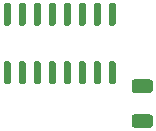
<source format=gbr>
%TF.GenerationSoftware,KiCad,Pcbnew,5.1.7-a382d34a8~87~ubuntu16.04.1*%
%TF.CreationDate,2020-10-08T21:47:54+02:00*%
%TF.ProjectId,ShiftIn-Board,53686966-7449-46e2-9d42-6f6172642e6b,rev?*%
%TF.SameCoordinates,Original*%
%TF.FileFunction,Paste,Top*%
%TF.FilePolarity,Positive*%
%FSLAX46Y46*%
G04 Gerber Fmt 4.6, Leading zero omitted, Abs format (unit mm)*
G04 Created by KiCad (PCBNEW 5.1.7-a382d34a8~87~ubuntu16.04.1) date 2020-10-08 21:47:54*
%MOMM*%
%LPD*%
G01*
G04 APERTURE LIST*
G04 APERTURE END LIST*
%TO.C,U1*%
G36*
G01*
X139850000Y-60730000D02*
X139550000Y-60730000D01*
G75*
G02*
X139400000Y-60580000I0J150000D01*
G01*
X139400000Y-58930000D01*
G75*
G02*
X139550000Y-58780000I150000J0D01*
G01*
X139850000Y-58780000D01*
G75*
G02*
X140000000Y-58930000I0J-150000D01*
G01*
X140000000Y-60580000D01*
G75*
G02*
X139850000Y-60730000I-150000J0D01*
G01*
G37*
G36*
G01*
X141120000Y-60730000D02*
X140820000Y-60730000D01*
G75*
G02*
X140670000Y-60580000I0J150000D01*
G01*
X140670000Y-58930000D01*
G75*
G02*
X140820000Y-58780000I150000J0D01*
G01*
X141120000Y-58780000D01*
G75*
G02*
X141270000Y-58930000I0J-150000D01*
G01*
X141270000Y-60580000D01*
G75*
G02*
X141120000Y-60730000I-150000J0D01*
G01*
G37*
G36*
G01*
X142390000Y-60730000D02*
X142090000Y-60730000D01*
G75*
G02*
X141940000Y-60580000I0J150000D01*
G01*
X141940000Y-58930000D01*
G75*
G02*
X142090000Y-58780000I150000J0D01*
G01*
X142390000Y-58780000D01*
G75*
G02*
X142540000Y-58930000I0J-150000D01*
G01*
X142540000Y-60580000D01*
G75*
G02*
X142390000Y-60730000I-150000J0D01*
G01*
G37*
G36*
G01*
X143660000Y-60730000D02*
X143360000Y-60730000D01*
G75*
G02*
X143210000Y-60580000I0J150000D01*
G01*
X143210000Y-58930000D01*
G75*
G02*
X143360000Y-58780000I150000J0D01*
G01*
X143660000Y-58780000D01*
G75*
G02*
X143810000Y-58930000I0J-150000D01*
G01*
X143810000Y-60580000D01*
G75*
G02*
X143660000Y-60730000I-150000J0D01*
G01*
G37*
G36*
G01*
X144930000Y-60730000D02*
X144630000Y-60730000D01*
G75*
G02*
X144480000Y-60580000I0J150000D01*
G01*
X144480000Y-58930000D01*
G75*
G02*
X144630000Y-58780000I150000J0D01*
G01*
X144930000Y-58780000D01*
G75*
G02*
X145080000Y-58930000I0J-150000D01*
G01*
X145080000Y-60580000D01*
G75*
G02*
X144930000Y-60730000I-150000J0D01*
G01*
G37*
G36*
G01*
X146200000Y-60730000D02*
X145900000Y-60730000D01*
G75*
G02*
X145750000Y-60580000I0J150000D01*
G01*
X145750000Y-58930000D01*
G75*
G02*
X145900000Y-58780000I150000J0D01*
G01*
X146200000Y-58780000D01*
G75*
G02*
X146350000Y-58930000I0J-150000D01*
G01*
X146350000Y-60580000D01*
G75*
G02*
X146200000Y-60730000I-150000J0D01*
G01*
G37*
G36*
G01*
X147470000Y-60730000D02*
X147170000Y-60730000D01*
G75*
G02*
X147020000Y-60580000I0J150000D01*
G01*
X147020000Y-58930000D01*
G75*
G02*
X147170000Y-58780000I150000J0D01*
G01*
X147470000Y-58780000D01*
G75*
G02*
X147620000Y-58930000I0J-150000D01*
G01*
X147620000Y-60580000D01*
G75*
G02*
X147470000Y-60730000I-150000J0D01*
G01*
G37*
G36*
G01*
X148740000Y-60730000D02*
X148440000Y-60730000D01*
G75*
G02*
X148290000Y-60580000I0J150000D01*
G01*
X148290000Y-58930000D01*
G75*
G02*
X148440000Y-58780000I150000J0D01*
G01*
X148740000Y-58780000D01*
G75*
G02*
X148890000Y-58930000I0J-150000D01*
G01*
X148890000Y-60580000D01*
G75*
G02*
X148740000Y-60730000I-150000J0D01*
G01*
G37*
G36*
G01*
X148740000Y-65680000D02*
X148440000Y-65680000D01*
G75*
G02*
X148290000Y-65530000I0J150000D01*
G01*
X148290000Y-63880000D01*
G75*
G02*
X148440000Y-63730000I150000J0D01*
G01*
X148740000Y-63730000D01*
G75*
G02*
X148890000Y-63880000I0J-150000D01*
G01*
X148890000Y-65530000D01*
G75*
G02*
X148740000Y-65680000I-150000J0D01*
G01*
G37*
G36*
G01*
X147470000Y-65680000D02*
X147170000Y-65680000D01*
G75*
G02*
X147020000Y-65530000I0J150000D01*
G01*
X147020000Y-63880000D01*
G75*
G02*
X147170000Y-63730000I150000J0D01*
G01*
X147470000Y-63730000D01*
G75*
G02*
X147620000Y-63880000I0J-150000D01*
G01*
X147620000Y-65530000D01*
G75*
G02*
X147470000Y-65680000I-150000J0D01*
G01*
G37*
G36*
G01*
X146200000Y-65680000D02*
X145900000Y-65680000D01*
G75*
G02*
X145750000Y-65530000I0J150000D01*
G01*
X145750000Y-63880000D01*
G75*
G02*
X145900000Y-63730000I150000J0D01*
G01*
X146200000Y-63730000D01*
G75*
G02*
X146350000Y-63880000I0J-150000D01*
G01*
X146350000Y-65530000D01*
G75*
G02*
X146200000Y-65680000I-150000J0D01*
G01*
G37*
G36*
G01*
X144930000Y-65680000D02*
X144630000Y-65680000D01*
G75*
G02*
X144480000Y-65530000I0J150000D01*
G01*
X144480000Y-63880000D01*
G75*
G02*
X144630000Y-63730000I150000J0D01*
G01*
X144930000Y-63730000D01*
G75*
G02*
X145080000Y-63880000I0J-150000D01*
G01*
X145080000Y-65530000D01*
G75*
G02*
X144930000Y-65680000I-150000J0D01*
G01*
G37*
G36*
G01*
X143660000Y-65680000D02*
X143360000Y-65680000D01*
G75*
G02*
X143210000Y-65530000I0J150000D01*
G01*
X143210000Y-63880000D01*
G75*
G02*
X143360000Y-63730000I150000J0D01*
G01*
X143660000Y-63730000D01*
G75*
G02*
X143810000Y-63880000I0J-150000D01*
G01*
X143810000Y-65530000D01*
G75*
G02*
X143660000Y-65680000I-150000J0D01*
G01*
G37*
G36*
G01*
X142390000Y-65680000D02*
X142090000Y-65680000D01*
G75*
G02*
X141940000Y-65530000I0J150000D01*
G01*
X141940000Y-63880000D01*
G75*
G02*
X142090000Y-63730000I150000J0D01*
G01*
X142390000Y-63730000D01*
G75*
G02*
X142540000Y-63880000I0J-150000D01*
G01*
X142540000Y-65530000D01*
G75*
G02*
X142390000Y-65680000I-150000J0D01*
G01*
G37*
G36*
G01*
X141120000Y-65680000D02*
X140820000Y-65680000D01*
G75*
G02*
X140670000Y-65530000I0J150000D01*
G01*
X140670000Y-63880000D01*
G75*
G02*
X140820000Y-63730000I150000J0D01*
G01*
X141120000Y-63730000D01*
G75*
G02*
X141270000Y-63880000I0J-150000D01*
G01*
X141270000Y-65530000D01*
G75*
G02*
X141120000Y-65680000I-150000J0D01*
G01*
G37*
G36*
G01*
X139850000Y-65680000D02*
X139550000Y-65680000D01*
G75*
G02*
X139400000Y-65530000I0J150000D01*
G01*
X139400000Y-63880000D01*
G75*
G02*
X139550000Y-63730000I150000J0D01*
G01*
X139850000Y-63730000D01*
G75*
G02*
X140000000Y-63880000I0J-150000D01*
G01*
X140000000Y-65530000D01*
G75*
G02*
X139850000Y-65680000I-150000J0D01*
G01*
G37*
%TD*%
%TO.C,C1*%
G36*
G01*
X150479999Y-68210000D02*
X151780001Y-68210000D01*
G75*
G02*
X152030000Y-68459999I0J-249999D01*
G01*
X152030000Y-69110001D01*
G75*
G02*
X151780001Y-69360000I-249999J0D01*
G01*
X150479999Y-69360000D01*
G75*
G02*
X150230000Y-69110001I0J249999D01*
G01*
X150230000Y-68459999D01*
G75*
G02*
X150479999Y-68210000I249999J0D01*
G01*
G37*
G36*
G01*
X150479999Y-65260000D02*
X151780001Y-65260000D01*
G75*
G02*
X152030000Y-65509999I0J-249999D01*
G01*
X152030000Y-66160001D01*
G75*
G02*
X151780001Y-66410000I-249999J0D01*
G01*
X150479999Y-66410000D01*
G75*
G02*
X150230000Y-66160001I0J249999D01*
G01*
X150230000Y-65509999D01*
G75*
G02*
X150479999Y-65260000I249999J0D01*
G01*
G37*
%TD*%
M02*

</source>
